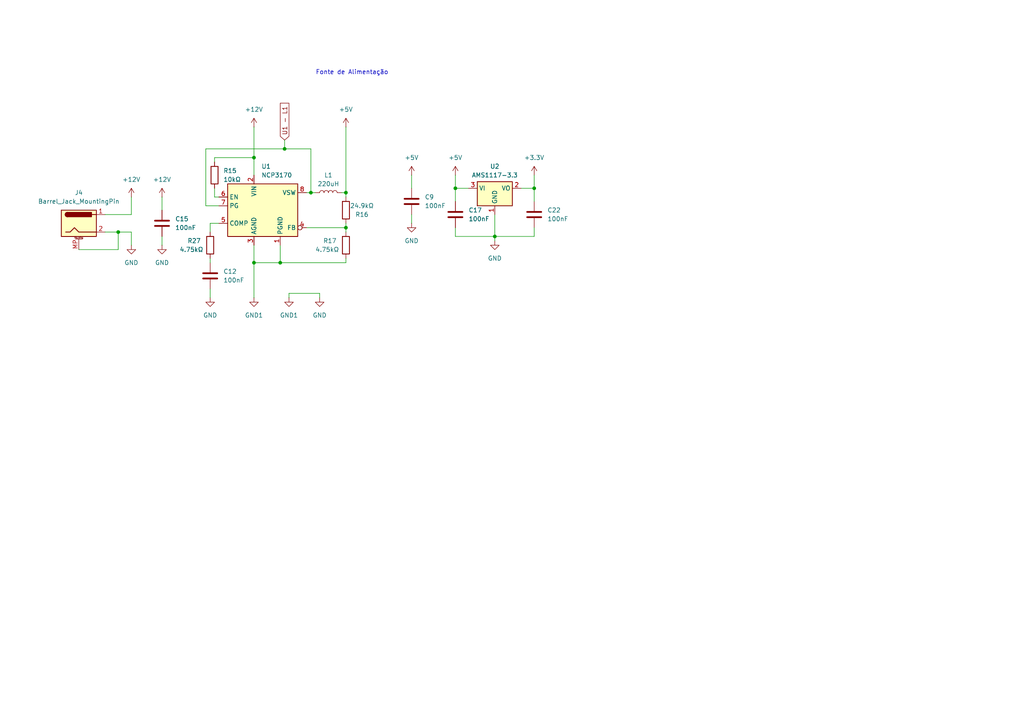
<source format=kicad_sch>
(kicad_sch (version 20250114) (generator "eeschema") (generator_version "9.0")
  (paper "A4")
  (title_block (title "Ubox") (date "2025-11-06") (rev "1") (company "Ecopower"))
  (lib_symbols
    (symbol "Connector:Barrel_Jack_MountingPin" (pin_names (hide yes))
      (property "Reference" "J" (at 0 5.334 0))
      (property "Value" "Barrel_Jack_MountingPin" (at 1.27 -6.35 0))
      (symbol "Barrel_Jack_MountingPin_0_1"
        (rectangle (start -5.08 3.81) (end 5.08 -3.81) (stroke (width 0.254)) (fill (type background)))
        (polyline (pts (xy -3.81 -2.54) (xy -2.54 -2.54) (xy -1.27 -1.27) (xy 0 -2.54) (xy 2.54 -2.54) (xy 5.08 -2.54)) (stroke (width 0.254)))
        (arc (start -3.302 1.905) (mid -3.9343 2.54) (end -3.302 3.175) (stroke (width 0.254)))
        (arc (start -3.302 1.905) (mid -3.9343 2.54) (end -3.302 3.175) (stroke (width 0.254)) (fill (type outline)))
        (rectangle (start 3.683 3.175) (end -3.302 1.905) (stroke (width 0.254)) (fill (type outline)))
        (polyline (pts (xy 5.08 2.54) (xy 3.81 2.54)) (stroke (width 0.254)))
      )
      (symbol "Barrel_Jack_MountingPin_1_1"
        (polyline (pts (xy -1.016 -4.572) (xy 1.016 -4.572)) (stroke (width 0.1524)))
        (text "Mounting" (at 0 -4.191 0) (effects (font (size 0.381 0.381))))
        (pin passive line (at 0 -7.62 90) (length 3.048) (name "MountPin") (number "MP"))
        (pin passive line (at 7.62 2.54 180) (length 2.54) (name "~") (number "1"))
        (pin passive line (at 7.62 -2.54 180) (length 2.54) (name "~") (number "2"))
      )
    )
    (symbol "Device:C" (pin_numbers (hide yes)) (pin_names (offset 0.254))
      (property "Reference" "C" (at 0.635 2.54 0))
      (property "Value" "C" (at 0.635 -2.54 0))
      (symbol "C_0_1"
        (polyline (pts (xy -2.032 0.762) (xy 2.032 0.762)) (stroke (width 0.508)))
        (polyline (pts (xy -2.032 -0.762) (xy 2.032 -0.762)) (stroke (width 0.508)))
      )
      (symbol "C_1_1"
        (pin passive line (at 0 3.81 270) (length 2.794) (name "~") (number "1"))
        (pin passive line (at 0 -3.81 90) (length 2.794) (name "~") (number "2"))
      )
    )
    (symbol "Device:L" (pin_numbers (hide yes)) (pin_names (offset 1.016) (hide yes))
      (property "Reference" "L" (at -1.27 0 90))
      (property "Value" "L" (at 1.905 0 90))
      (symbol "L_0_1"
        (arc (start 0 2.54) (mid 0.6323 1.905) (end 0 1.27))
        (arc (start 0 1.27) (mid 0.6323 0.635) (end 0 0))
        (arc (start 0 0) (mid 0.6323 -0.635) (end 0 -1.27))
        (arc (start 0 -1.27) (mid 0.6323 -1.905) (end 0 -2.54))
      )
      (symbol "L_1_1"
        (pin passive line (at 0 3.81 270) (length 1.27) (name "1") (number "1"))
        (pin passive line (at 0 -3.81 90) (length 1.27) (name "2") (number "2"))
      )
    )
    (symbol "Device:R" (pin_numbers (hide yes)) (pin_names (offset 0))
      (property "Reference" "R" (at 2.032 0 90))
      (property "Value" "R" (at 0 0 90))
      (symbol "R_0_1"
        (rectangle (start -1.016 -2.54) (end 1.016 2.54) (stroke (width 0.254)))
      )
      (symbol "R_1_1"
        (pin passive line (at 0 3.81 270) (length 1.27) (name "~") (number "1"))
        (pin passive line (at 0 -3.81 90) (length 1.27) (name "~") (number "2"))
      )
    )
    (symbol "Regulator_Linear:AMS1117-3.3"
      (property "Reference" "U" (at -3.81 3.175 0))
      (property "Value" "AMS1117-3.3" (at 0 3.175 0))
      (symbol "AMS1117-3.3_0_1"
        (rectangle (start -5.08 -5.08) (end 5.08 1.905) (stroke (width 0.254)) (fill (type background)))
      )
      (symbol "AMS1117-3.3_1_1"
        (pin power_in line (at -7.62 0 0) (length 2.54) (name "VI") (number "3"))
        (pin power_in line (at 0 -7.62 90) (length 2.54) (name "GND") (number "1"))
        (pin power_out line (at 7.62 0 180) (length 2.54) (name "VO") (number "2"))
      )
    )
    (symbol "mine:NCP3170"
      (property "Reference" "U" (at -8.89 8.89 0))
      (property "Value" "NCP3170" (at 1.27 8.89 0))
      (symbol "NCP3170_0_1"
        (rectangle (start -10.16 7.62) (end 10.16 -7.62) (stroke (width 0.254)) (fill (type background)))
      )
      (symbol "NCP3170_1_1"
        (pin input line (at -12.7 3.81 0) (length 2.54) (name "EN") (number "6"))
        (pin open_collector line (at -12.7 1.27 0) (length 2.54) (name "PG") (number "7"))
        (pin input line (at -12.7 -3.81 0) (length 2.54) (name "COMP") (number "5"))
        (pin power_in line (at -2.54 10.16 270) (length 2.54) (name "VIN") (number "2"))
        (pin power_in line (at -2.54 -10.16 90) (length 2.54) (name "AGND") (number "3"))
        (pin power_in line (at 5.08 -10.16 90) (length 2.54) (name "PGND") (number "1"))
        (pin power_out line (at 12.7 5.08 180) (length 2.54) (name "VSW") (number "8"))
        (pin input inverted (at 12.7 -5.08 180) (length 2.54) (name "FB") (number "4"))
      )
    )
    (symbol "power:+3.3V" (power) (pin_numbers (hide yes)) (pin_names (offset 0) (hide yes))
      (property "Value" "+3.3V" (at 0 3.556 0))
      (symbol "+3.3V_0_1"
        (polyline (pts (xy -0.762 1.27) (xy 0 2.54)))
        (polyline (pts (xy 0 2.54) (xy 0.762 1.27)))
        (polyline (pts (xy 0 0) (xy 0 2.54)))
      )
      (symbol "+3.3V_1_1"
        (pin power_in line (at 0 0 90) (length 0) (name "~") (number "1"))
      )
    )
    (symbol "power:+5V" (power) (pin_numbers (hide yes)) (pin_names (offset 0) (hide yes))
      (property "Value" "+5V" (at 0 3.556 0))
      (symbol "+5V_0_1"
        (polyline (pts (xy -0.762 1.27) (xy 0 2.54)))
        (polyline (pts (xy 0 2.54) (xy 0.762 1.27)))
        (polyline (pts (xy 0 0) (xy 0 2.54)))
      )
      (symbol "+5V_1_1"
        (pin power_in line (at 0 0 90) (length 0) (name "~") (number "1"))
      )
    )
    (symbol "power:GND" (power) (pin_numbers (hide yes)) (pin_names (offset 0) (hide yes))
      (property "Value" "GND" (at 0 -3.81 0))
      (symbol "GND_0_1"
        (polyline (pts (xy 0 0) (xy 0 -1.27) (xy 1.27 -1.27) (xy 0 -2.54) (xy -1.27 -1.27) (xy 0 -1.27)))
      )
      (symbol "GND_1_1"
        (pin power_in line (at 0 0 270) (length 0) (name "~") (number "1"))
      )
    )
    (symbol "power:GND1" (power) (pin_numbers (hide yes)) (pin_names (offset 0) (hide yes))
      (property "Value" "GND1" (at 0 -3.81 0))
      (symbol "GND1_0_1"
        (polyline (pts (xy 0 0) (xy 0 -1.27) (xy 1.27 -1.27) (xy 0 -2.54) (xy -1.27 -1.27) (xy 0 -1.27)))
      )
      (symbol "GND1_1_1"
        (pin power_in line (at 0 0 270) (length 0) (name "~") (number "1"))
      )
    )
  )
  (text "Fonte de Alimentação" (at 102.108 21.082 0) (effects (font (size 1.27 1.27))))
  (junction (at 100.33 55.88))
  (junction (at 154.94 54.61))
  (junction (at 73.66 45.72))
  (junction (at 34.29 67.31))
  (junction (at 73.66 76.2))
  (junction (at 82.55 43.18))
  (junction (at 100.33 66.04))
  (junction (at 132.08 54.61))
  (junction (at 81.28 76.2))
  (junction (at 90.17 55.88))
  (junction (at 143.51 68.58))
  (wire (pts (xy 100.33 64.77) (xy 100.33 66.04)))
  (wire (pts (xy 63.5 59.69) (xy 59.69 59.69)))
  (wire (pts (xy 46.99 71.12) (xy 46.99 68.58)))
  (wire (pts (xy 151.13 54.61) (xy 154.94 54.61)))
  (wire (pts (xy 82.55 43.18) (xy 90.17 43.18)))
  (wire (pts (xy 143.51 69.85) (xy 143.51 68.58)))
  (wire (pts (xy 62.23 57.15) (xy 62.23 54.61)))
  (wire (pts (xy 73.66 76.2) (xy 73.66 86.36)))
  (wire (pts (xy 62.23 46.99) (xy 62.23 45.72)))
  (wire (pts (xy 90.17 43.18) (xy 90.17 55.88)))
  (wire (pts (xy 22.86 72.39) (xy 34.29 72.39)))
  (wire (pts (xy 132.08 58.42) (xy 132.08 54.61)))
  (wire (pts (xy 154.94 54.61) (xy 154.94 50.8)))
  (wire (pts (xy 46.99 60.96) (xy 46.99 57.15)))
  (wire (pts (xy 92.71 86.36) (xy 92.71 85.09)))
  (wire (pts (xy 132.08 66.04) (xy 132.08 68.58)))
  (wire (pts (xy 132.08 50.8) (xy 132.08 54.61)))
  (wire (pts (xy 81.28 76.2) (xy 73.66 76.2)))
  (wire (pts (xy 119.38 64.77) (xy 119.38 62.23)))
  (wire (pts (xy 143.51 68.58) (xy 143.51 62.23)))
  (wire (pts (xy 30.48 62.23) (xy 38.1 62.23)))
  (wire (pts (xy 82.55 40.64) (xy 82.55 43.18)))
  (wire (pts (xy 100.33 55.88) (xy 99.06 55.88)))
  (wire (pts (xy 59.69 43.18) (xy 82.55 43.18)))
  (wire (pts (xy 59.69 59.69) (xy 59.69 43.18)))
  (wire (pts (xy 154.94 68.58) (xy 143.51 68.58)))
  (wire (pts (xy 100.33 76.2) (xy 81.28 76.2)))
  (wire (pts (xy 73.66 45.72) (xy 73.66 50.8)))
  (wire (pts (xy 62.23 45.72) (xy 73.66 45.72)))
  (wire (pts (xy 34.29 72.39) (xy 34.29 67.31)))
  (wire (pts (xy 88.9 55.88) (xy 90.17 55.88)))
  (wire (pts (xy 60.96 64.77) (xy 63.5 64.77)))
  (wire (pts (xy 34.29 67.31) (xy 30.48 67.31)))
  (wire (pts (xy 154.94 66.04) (xy 154.94 68.58)))
  (wire (pts (xy 38.1 62.23) (xy 38.1 57.15)))
  (wire (pts (xy 90.17 55.88) (xy 91.44 55.88)))
  (wire (pts (xy 60.96 67.31) (xy 60.96 64.77)))
  (wire (pts (xy 73.66 76.2) (xy 73.66 71.12)))
  (wire (pts (xy 92.71 85.09) (xy 83.82 85.09)))
  (wire (pts (xy 73.66 36.83) (xy 73.66 45.72)))
  (wire (pts (xy 62.23 57.15) (xy 63.5 57.15)))
  (wire (pts (xy 132.08 54.61) (xy 135.89 54.61)))
  (wire (pts (xy 88.9 66.04) (xy 100.33 66.04)))
  (wire (pts (xy 60.96 86.36) (xy 60.96 83.82)))
  (wire (pts (xy 132.08 68.58) (xy 143.51 68.58)))
  (wire (pts (xy 60.96 76.2) (xy 60.96 74.93)))
  (wire (pts (xy 100.33 36.83) (xy 100.33 55.88)))
  (wire (pts (xy 38.1 67.31) (xy 34.29 67.31)))
  (wire (pts (xy 100.33 66.04) (xy 100.33 67.31)))
  (wire (pts (xy 83.82 85.09) (xy 83.82 86.36)))
  (wire (pts (xy 38.1 71.12) (xy 38.1 67.31)))
  (wire (pts (xy 100.33 57.15) (xy 100.33 55.88)))
  (wire (pts (xy 154.94 58.42) (xy 154.94 54.61)))
  (wire (pts (xy 119.38 54.61) (xy 119.38 50.8)))
  (wire (pts (xy 81.28 71.12) (xy 81.28 76.2)))
  (wire (pts (xy 100.33 74.93) (xy 100.33 76.2)))
  (global_label "U1 - L1" (shape input) (at 82.55 40.64 90) (property "Intersheetrefs" "${INTERSHEET_REFS}" (effects (hide yes))))
  (symbol (lib_id "Device:R") (at 62.23 50.8 0) (unit 1)
    (property "Reference" "R15" (at 64.77 49.5299 0) (effects (justify left)))
    (property "Value" "10kΩ" (at 64.77 52.0699 0) (effects (justify left)))
    (property "Footprint" "Resistor_SMD:R_0805_2012Metric" (effects (hide yes)))
    (property "Description" "Resistor" (effects (hide yes)))
  )
  (symbol (lib_id "Device:R") (at 100.33 60.96 180) (unit 1)
    (property "Reference" "R16" (at 106.934 62.23 0) (effects (justify left)))
    (property "Value" "24.9kΩ" (at 108.458 59.69 0) (effects (justify left)))
    (property "Footprint" "Resistor_SMD:R_0805_2012Metric" (effects (hide yes)))
    (property "Description" "Resistor" (effects (hide yes)))
  )
  (symbol (lib_id "Device:R") (at 60.96 71.12 0) (unit 1)
    (property "Reference" "R27" (at 54.356 69.85 0) (effects (justify left)))
    (property "Value" "4.75kΩ" (at 52.07 72.39 0) (effects (justify left)))
    (property "Footprint" "Resistor_SMD:R_0805_2012Metric" (effects (hide yes)))
    (property "Description" "Resistor" (effects (hide yes)))
  )
  (symbol (lib_id "power:GND") (at 60.96 86.36 0) (unit 1)
    (property "Reference" "#PWR066" (effects (hide yes)))
    (property "Value" "GND" (at 60.96 91.44 0))
    (property "Description" "Power symbol creates a global label with name \"GND\" , ground" (effects (hide yes)))
  )
  (symbol (lib_id "power:GND") (at 143.51 69.85 0) (unit 1)
    (property "Reference" "#PWR013" (effects (hide yes)))
    (property "Value" "GND" (at 143.51 74.93 0))
    (property "Description" "Power symbol creates a global label with name \"GND\" , ground" (effects (hide yes)))
  )
  (symbol (lib_id "power:GND1") (at 73.66 86.36 0) (unit 1)
    (property "Reference" "#PWR062" (effects (hide yes)))
    (property "Value" "GND1" (at 73.66 91.44 0))
    (property "Description" "Power symbol creates a global label with name \"GND1\" , ground" (effects (hide yes)))
  )
  (symbol (lib_id "Device:R") (at 100.33 71.12 0) (unit 1)
    (property "Reference" "R17" (at 93.726 69.85 0) (effects (justify left)))
    (property "Value" "4.75kΩ" (at 91.44 72.39 0) (effects (justify left)))
    (property "Footprint" "Resistor_SMD:R_0805_2012Metric" (effects (hide yes)))
    (property "Description" "Resistor" (effects (hide yes)))
  )
  (symbol (lib_id "Device:C") (at 154.94 62.23 0) (unit 1)
    (property "Reference" "C22" (at 158.75 60.9599 0) (effects (justify left)))
    (property "Value" "100nF" (at 158.75 63.4999 0) (effects (justify left)))
    (property "Footprint" "Capacitor_SMD:C_0805_2012Metric" (effects (hide yes)))
    (property "Description" "Unpolarized capacitor" (effects (hide yes)))
  )
  (symbol (lib_id "power:+5V") (at 46.99 57.15 0) (unit 1)
    (property "Reference" "#PWR060" (effects (hide yes)))
    (property "Value" "+12V" (at 46.99 52.07 0))
    (property "Description" "Power symbol creates a global label with name \"+5V\"" (effects (hide yes)))
  )
  (symbol (lib_id "Device:C") (at 46.99 64.77 0) (unit 1)
    (property "Reference" "C15" (at 50.8 63.4999 0) (effects (justify left)))
    (property "Value" "100nF" (at 50.8 66.0399 0) (effects (justify left)))
    (property "Footprint" "Capacitor_SMD:C_0805_2012Metric" (effects (hide yes)))
    (property "Description" "Unpolarized capacitor" (effects (hide yes)))
  )
  (symbol (lib_id "Connector:Barrel_Jack_MountingPin") (at 22.86 64.77 0) (unit 1)
    (property "Reference" "J4" (at 22.86 55.88 0))
    (property "Value" "Barrel_Jack_MountingPin" (at 22.86 58.42 0))
    (property "Footprint" "Connector_BarrelJack:BarrelJack_Horizontal" (effects (hide yes)))
    (property "Description" "DC Barrel Jack with a mounting pin" (effects (hide yes)))
  )
  (symbol (lib_id "power:+5V") (at 119.38 50.8 0) (unit 1)
    (property "Reference" "#PWR042" (effects (hide yes)))
    (property "Value" "+5V" (at 119.38 45.72 0))
    (property "Description" "Power symbol creates a global label with name \"+5V\"" (effects (hide yes)))
  )
  (symbol (lib_id "power:+3.3V") (at 154.94 50.8 0) (unit 1)
    (property "Reference" "#PWR011" (effects (hide yes)))
    (property "Value" "+3.3V" (at 154.94 45.72 0))
    (property "Description" "Power symbol creates a global label with name \"+3.3V\"" (effects (hide yes)))
  )
  (symbol (lib_id "Device:L") (at 95.25 55.88 90) (unit 1)
    (property "Reference" "L1" (at 95.25 50.8 90))
    (property "Value" "220uH" (at 95.25 53.34 90))
    (property "Footprint" "Inductor_SMD:L_Coilcraft_XAL7030-222" (effects (hide yes)))
    (property "Description" "Inductor" (effects (hide yes)))
  )
  (symbol (lib_id "Device:C") (at 132.08 62.23 0) (unit 1)
    (property "Reference" "C17" (at 135.89 60.9599 0) (effects (justify left)))
    (property "Value" "100nF" (at 135.89 63.4999 0) (effects (justify left)))
    (property "Footprint" "Capacitor_SMD:C_0805_2012Metric" (effects (hide yes)))
    (property "Description" "Unpolarized capacitor" (effects (hide yes)))
  )
  (symbol (lib_id "power:+5V") (at 73.66 36.83 0) (unit 1)
    (property "Reference" "#PWR065" (effects (hide yes)))
    (property "Value" "+12V" (at 73.66 31.75 0))
    (property "Description" "Power symbol creates a global label with name \"+5V\"" (effects (hide yes)))
  )
  (symbol (lib_id "Regulator_Linear:AMS1117-3.3") (at 143.51 54.61 0) (unit 1)
    (property "Reference" "U2" (at 143.51 48.26 0))
    (property "Value" "AMS1117-3.3" (at 143.51 50.8 0))
    (property "Footprint" "Package_TO_SOT_SMD:SOT-223-3_TabPin2" (effects (hide yes)))
    (property "Datasheet" "http://www.advanced-monolithic.com/pdf/ds1117.pdf" (effects (hide yes)))
    (property "Description" "1A Low Dropout regulator, positive, 3.3V fixed output, SOT-223" (effects (hide yes)))
  )
  (symbol (lib_id "Device:C") (at 119.38 58.42 0) (unit 1)
    (property "Reference" "C9" (at 123.19 57.1499 0) (effects (justify left)))
    (property "Value" "100nF" (at 123.19 59.6899 0) (effects (justify left)))
    (property "Footprint" "Capacitor_SMD:C_0805_2012Metric" (effects (hide yes)))
    (property "Description" "Unpolarized capacitor" (effects (hide yes)))
  )
  (symbol (lib_id "Device:C") (at 60.96 80.01 0) (unit 1)
    (property "Reference" "C12" (at 64.77 78.7399 0) (effects (justify left)))
    (property "Value" "100nF" (at 64.77 81.2799 0) (effects (justify left)))
    (property "Footprint" "Capacitor_SMD:C_0805_2012Metric" (effects (hide yes)))
    (property "Description" "Unpolarized capacitor" (effects (hide yes)))
  )
  (symbol (lib_id "power:+5V") (at 38.1 57.15 0) (unit 1)
    (property "Reference" "#PWR068" (effects (hide yes)))
    (property "Value" "+12V" (at 38.1 52.07 0))
    (property "Description" "Power symbol creates a global label with name \"+5V\"" (effects (hide yes)))
  )
  (symbol (lib_id "power:GND1") (at 83.82 86.36 0) (unit 1)
    (property "Reference" "#PWR063" (effects (hide yes)))
    (property "Value" "GND1" (at 83.82 91.44 0))
    (property "Description" "Power symbol creates a global label with name \"GND1\" , ground" (effects (hide yes)))
  )
  (symbol (lib_id "power:GND") (at 92.71 86.36 0) (unit 1)
    (property "Reference" "#PWR064" (effects (hide yes)))
    (property "Value" "GND" (at 92.71 91.44 0))
    (property "Description" "Power symbol creates a global label with name \"GND\" , ground" (effects (hide yes)))
  )
  (symbol (lib_id "power:+5V") (at 132.08 50.8 0) (unit 1)
    (property "Reference" "#PWR012" (effects (hide yes)))
    (property "Value" "+5V" (at 132.08 45.72 0))
    (property "Description" "Power symbol creates a global label with name \"+5V\"" (effects (hide yes)))
  )
  (symbol (lib_id "power:+5V") (at 100.33 36.83 0) (unit 1)
    (property "Reference" "#PWR067" (effects (hide yes)))
    (property "Value" "+5V" (at 100.33 31.75 0))
    (property "Description" "Power symbol creates a global label with name \"+5V\"" (effects (hide yes)))
  )
  (symbol (lib_id "mine:NCP3170") (at 76.2 60.96 0) (unit 1)
    (property "Reference" "U1" (at 75.8033 48.26 0) (effects (justify left)))
    (property "Value" "NCP3170" (at 75.8033 50.8 0) (effects (justify left)))
    (property "Footprint" "Package_SO:SOIC-8_3.9x4.9mm_P1.27mm" (effects (hide yes)))
    (property "Datasheet" "https://www.mouser.com/datasheet/2/308/NCP3170-D-245060.pdf?srsltid=AfmBOopshFGWEkxBhahwBAeM_x_29DdHYoHacZRccMcr2wljXoVE_WFU" (effects (hide yes)))
    (property "Description" "Synchronous PWM, 20VCC, -40°C to +85°C, SOIC-8" (effects (hide yes)))
  )
  (symbol (lib_id "power:GND") (at 46.99 71.12 0) (unit 1)
    (property "Reference" "#PWR061" (effects (hide yes)))
    (property "Value" "GND" (at 46.99 76.2 0))
    (property "Description" "Power symbol creates a global label with name \"GND\" , ground" (effects (hide yes)))
  )
  (symbol (lib_id "power:GND") (at 38.1 71.12 0) (unit 1)
    (property "Reference" "#PWR069" (effects (hide yes)))
    (property "Value" "GND" (at 38.1 76.2 0))
    (property "Description" "Power symbol creates a global label with name \"GND\" , ground" (effects (hide yes)))
  )
  (symbol (lib_id "power:GND") (at 119.38 64.77 0) (unit 1)
    (property "Reference" "#PWR043" (effects (hide yes)))
    (property "Value" "GND" (at 119.38 69.85 0))
    (property "Description" "Power symbol creates a global label with name \"GND\" , ground" (effects (hide yes)))
  )
)
</source>
